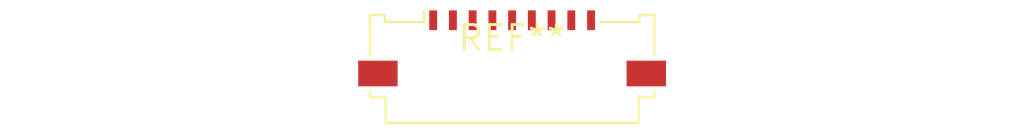
<source format=kicad_pcb>
(kicad_pcb (version 20240108) (generator pcbnew)
  (layers (0 "F.Cu" signal) (31 "B.Cu" signal) (34 "B.Paste" user) (35 "F.Paste" user) (36 "B.SilkS" user "B.Silkscreen") (37 "F.SilkS" user "F.Silkscreen") (38 "B.Mask" user) (39 "F.Mask" user) (44 "Edge.Cuts" user))
  (net 0 "")
  (footprint "Molex_200528-0090_1x09-1MP_P1.00mm_Horizontal" (layer "F.Cu") (at 0 0)
    (property "Reference" "REF**")
    (property "Value" "Molex_200528-0090_1x09-1MP_P1.00mm_Horizontal")
    (fp_line (start -7.21 -1.17) (end -7.21 0.88) (layer "F.SilkS") (stroke (width 0.12)))
    (fp_line (start -7.21 2.7) (end -7.21 3) (layer "F.SilkS") (stroke (width 0.12)))
    (fp_line (start -7.21 3) (end -6.41 3) (layer "F.SilkS") (stroke (width 0.12)))
    (fp_line (start -6.44 -1.17) (end -7.21 -1.17) (layer "F.SilkS") (stroke (width 0.12)))
    (fp_line (start -6.44 -0.82) (end -6.44 -1.17) (layer "F.SilkS") (stroke (width 0.12)))
    (fp_line (start -6.41 3) (end -6.41 4.3) (layer "F.SilkS") (stroke (width 0.12)))
    (fp_line (start -6.41 4.3) (end 6.41 4.3) (layer "F.SilkS") (stroke (width 0.12)))
    (fp_line (start -4.46 -1.41) (end -4.46 -0.82) (layer "F.SilkS") (stroke (width 0.12)))
    (fp_line (start -4.46 -0.82) (end -6.44 -0.82) (layer "F.SilkS") (stroke (width 0.12)))
    (fp_line (start 6.41 3) (end 7.21 3) (layer "F.SilkS") (stroke (width 0.12)))
    (fp_line (start 6.41 4.3) (end 6.41 3) (layer "F.SilkS") (stroke (width 0.12)))
    (fp_line (start 6.44 -1.17) (end 6.44 -0.82) (layer "F.SilkS") (stroke (width 0.12)))
    (fp_line (start 6.44 -0.82) (end 4.46 -0.82) (layer "F.SilkS") (stroke (width 0.12)))
    (fp_line (start 7.21 -1.17) (end 6.44 -1.17) (layer "F.SilkS") (stroke (width 0.12)))
    (fp_line (start 7.21 0.88) (end 7.21 -1.17) (layer "F.SilkS") (stroke (width 0.12)))
    (fp_line (start 7.21 3) (end 7.21 2.7) (layer "F.SilkS") (stroke (width 0.12)))
    (pad "1" smd rect (at -4 -0.91) (size 0.4 1) (layers "F.Cu" "F.Paste" "F.Mask"))
    (pad "2" smd rect (at -3 -0.91) (size 0.4 1) (layers "F.Cu" "F.Paste" "F.Mask"))
    (pad "3" smd rect (at -2 -0.91) (size 0.4 1) (layers "F.Cu" "F.Paste" "F.Mask"))
    (pad "4" smd rect (at -1 -0.91) (size 0.4 1) (layers "F.Cu" "F.Paste" "F.Mask"))
    (pad "5" smd rect (at 0 -0.91) (size 0.4 1) (layers "F.Cu" "F.Paste" "F.Mask"))
    (pad "6" smd rect (at 1 -0.91) (size 0.4 1) (layers "F.Cu" "F.Paste" "F.Mask"))
    (pad "7" smd rect (at 2 -0.91) (size 0.4 1) (layers "F.Cu" "F.Paste" "F.Mask"))
    (pad "8" smd rect (at 3 -0.91) (size 0.4 1) (layers "F.Cu" "F.Paste" "F.Mask"))
    (pad "9" smd rect (at 4 -0.91) (size 0.4 1) (layers "F.Cu" "F.Paste" "F.Mask"))
    (pad "MP" smd rect (at -6.8 1.79) (size 2 1.3) (layers "F.Cu" "F.Paste" "F.Mask"))
    (pad "MP" smd rect (at 6.8 1.79) (size 2 1.3) (layers "F.Cu" "F.Paste" "F.Mask"))
  )
)
</source>
